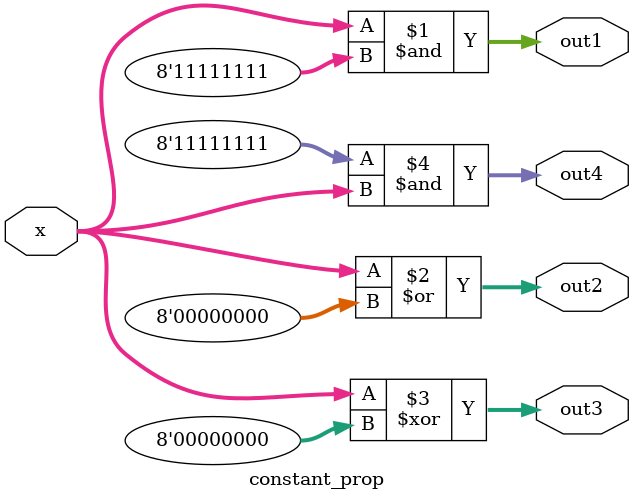
<source format=v>
module constant_prop(
    input [7:0] x,
    output wire [7:0] out1,
    output wire [7:0] out2,
    output wire [7:0] out3,
    output wire [7:0] out4
);
    // These should be optimized at compile time
    assign out1 = x & 8'hFF;  // Should simplify to x
    assign out2 = x | 8'h00;  // Should simplify to x
    assign out3 = x ^ 8'h00;  // Should simplify to x
    assign out4 = (8'h55 + 8'hAA) & x;  // 8'hFF & x → x
endmodule

</source>
